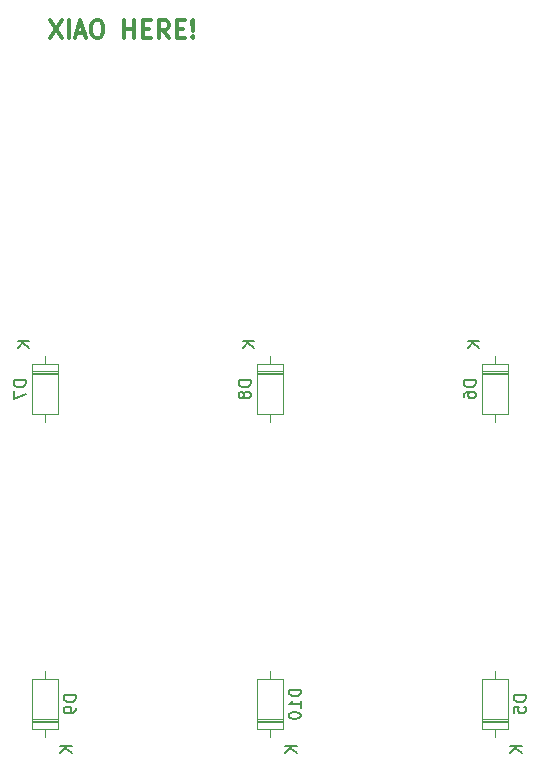
<source format=gbo>
%TF.GenerationSoftware,KiCad,Pcbnew,9.0.6*%
%TF.CreationDate,2025-12-04T23:37:52+05:30*%
%TF.ProjectId,MacroPad,4d616372-6f50-4616-942e-6b696361645f,rev?*%
%TF.SameCoordinates,Original*%
%TF.FileFunction,Legend,Bot*%
%TF.FilePolarity,Positive*%
%FSLAX46Y46*%
G04 Gerber Fmt 4.6, Leading zero omitted, Abs format (unit mm)*
G04 Created by KiCad (PCBNEW 9.0.6) date 2025-12-04 23:37:52*
%MOMM*%
%LPD*%
G01*
G04 APERTURE LIST*
%ADD10C,0.300000*%
%ADD11C,0.150000*%
%ADD12C,0.120000*%
G04 APERTURE END LIST*
D10*
X113085403Y-57484578D02*
X114085403Y-58984578D01*
X114085403Y-57484578D02*
X113085403Y-58984578D01*
X114656831Y-58984578D02*
X114656831Y-57484578D01*
X115299689Y-58556007D02*
X116013975Y-58556007D01*
X115156832Y-58984578D02*
X115656832Y-57484578D01*
X115656832Y-57484578D02*
X116156832Y-58984578D01*
X116942546Y-57484578D02*
X117228260Y-57484578D01*
X117228260Y-57484578D02*
X117371117Y-57556007D01*
X117371117Y-57556007D02*
X117513974Y-57698864D01*
X117513974Y-57698864D02*
X117585403Y-57984578D01*
X117585403Y-57984578D02*
X117585403Y-58484578D01*
X117585403Y-58484578D02*
X117513974Y-58770292D01*
X117513974Y-58770292D02*
X117371117Y-58913150D01*
X117371117Y-58913150D02*
X117228260Y-58984578D01*
X117228260Y-58984578D02*
X116942546Y-58984578D01*
X116942546Y-58984578D02*
X116799689Y-58913150D01*
X116799689Y-58913150D02*
X116656831Y-58770292D01*
X116656831Y-58770292D02*
X116585403Y-58484578D01*
X116585403Y-58484578D02*
X116585403Y-57984578D01*
X116585403Y-57984578D02*
X116656831Y-57698864D01*
X116656831Y-57698864D02*
X116799689Y-57556007D01*
X116799689Y-57556007D02*
X116942546Y-57484578D01*
X119371117Y-58984578D02*
X119371117Y-57484578D01*
X119371117Y-58198864D02*
X120228260Y-58198864D01*
X120228260Y-58984578D02*
X120228260Y-57484578D01*
X120942546Y-58198864D02*
X121442546Y-58198864D01*
X121656832Y-58984578D02*
X120942546Y-58984578D01*
X120942546Y-58984578D02*
X120942546Y-57484578D01*
X120942546Y-57484578D02*
X121656832Y-57484578D01*
X123156832Y-58984578D02*
X122656832Y-58270292D01*
X122299689Y-58984578D02*
X122299689Y-57484578D01*
X122299689Y-57484578D02*
X122871118Y-57484578D01*
X122871118Y-57484578D02*
X123013975Y-57556007D01*
X123013975Y-57556007D02*
X123085404Y-57627435D01*
X123085404Y-57627435D02*
X123156832Y-57770292D01*
X123156832Y-57770292D02*
X123156832Y-57984578D01*
X123156832Y-57984578D02*
X123085404Y-58127435D01*
X123085404Y-58127435D02*
X123013975Y-58198864D01*
X123013975Y-58198864D02*
X122871118Y-58270292D01*
X122871118Y-58270292D02*
X122299689Y-58270292D01*
X123799689Y-58198864D02*
X124299689Y-58198864D01*
X124513975Y-58984578D02*
X123799689Y-58984578D01*
X123799689Y-58984578D02*
X123799689Y-57484578D01*
X123799689Y-57484578D02*
X124513975Y-57484578D01*
X125156832Y-58841721D02*
X125228261Y-58913150D01*
X125228261Y-58913150D02*
X125156832Y-58984578D01*
X125156832Y-58984578D02*
X125085404Y-58913150D01*
X125085404Y-58913150D02*
X125156832Y-58841721D01*
X125156832Y-58841721D02*
X125156832Y-58984578D01*
X125156832Y-58413150D02*
X125085404Y-57556007D01*
X125085404Y-57556007D02*
X125156832Y-57484578D01*
X125156832Y-57484578D02*
X125228261Y-57556007D01*
X125228261Y-57556007D02*
X125156832Y-58413150D01*
X125156832Y-58413150D02*
X125156832Y-57484578D01*
D11*
X111008569Y-87973155D02*
X110008569Y-87973155D01*
X110008569Y-87973155D02*
X110008569Y-88211250D01*
X110008569Y-88211250D02*
X110056188Y-88354107D01*
X110056188Y-88354107D02*
X110151426Y-88449345D01*
X110151426Y-88449345D02*
X110246664Y-88496964D01*
X110246664Y-88496964D02*
X110437140Y-88544583D01*
X110437140Y-88544583D02*
X110579997Y-88544583D01*
X110579997Y-88544583D02*
X110770473Y-88496964D01*
X110770473Y-88496964D02*
X110865711Y-88449345D01*
X110865711Y-88449345D02*
X110960950Y-88354107D01*
X110960950Y-88354107D02*
X111008569Y-88211250D01*
X111008569Y-88211250D02*
X111008569Y-87973155D01*
X110008569Y-88877917D02*
X110008569Y-89544583D01*
X110008569Y-89544583D02*
X111008569Y-89116012D01*
X111328569Y-84639345D02*
X110328569Y-84639345D01*
X111328569Y-85210773D02*
X110757140Y-84782202D01*
X110328569Y-85210773D02*
X110899997Y-84639345D01*
X134298569Y-114166964D02*
X133298569Y-114166964D01*
X133298569Y-114166964D02*
X133298569Y-114405059D01*
X133298569Y-114405059D02*
X133346188Y-114547916D01*
X133346188Y-114547916D02*
X133441426Y-114643154D01*
X133441426Y-114643154D02*
X133536664Y-114690773D01*
X133536664Y-114690773D02*
X133727140Y-114738392D01*
X133727140Y-114738392D02*
X133869997Y-114738392D01*
X133869997Y-114738392D02*
X134060473Y-114690773D01*
X134060473Y-114690773D02*
X134155711Y-114643154D01*
X134155711Y-114643154D02*
X134250950Y-114547916D01*
X134250950Y-114547916D02*
X134298569Y-114405059D01*
X134298569Y-114405059D02*
X134298569Y-114166964D01*
X134298569Y-115690773D02*
X134298569Y-115119345D01*
X134298569Y-115405059D02*
X133298569Y-115405059D01*
X133298569Y-115405059D02*
X133441426Y-115309821D01*
X133441426Y-115309821D02*
X133536664Y-115214583D01*
X133536664Y-115214583D02*
X133584283Y-115119345D01*
X133298569Y-116309821D02*
X133298569Y-116405059D01*
X133298569Y-116405059D02*
X133346188Y-116500297D01*
X133346188Y-116500297D02*
X133393807Y-116547916D01*
X133393807Y-116547916D02*
X133489045Y-116595535D01*
X133489045Y-116595535D02*
X133679521Y-116643154D01*
X133679521Y-116643154D02*
X133917616Y-116643154D01*
X133917616Y-116643154D02*
X134108092Y-116595535D01*
X134108092Y-116595535D02*
X134203330Y-116547916D01*
X134203330Y-116547916D02*
X134250950Y-116500297D01*
X134250950Y-116500297D02*
X134298569Y-116405059D01*
X134298569Y-116405059D02*
X134298569Y-116309821D01*
X134298569Y-116309821D02*
X134250950Y-116214583D01*
X134250950Y-116214583D02*
X134203330Y-116166964D01*
X134203330Y-116166964D02*
X134108092Y-116119345D01*
X134108092Y-116119345D02*
X133917616Y-116071726D01*
X133917616Y-116071726D02*
X133679521Y-116071726D01*
X133679521Y-116071726D02*
X133489045Y-116119345D01*
X133489045Y-116119345D02*
X133393807Y-116166964D01*
X133393807Y-116166964D02*
X133346188Y-116214583D01*
X133346188Y-116214583D02*
X133298569Y-116309821D01*
X133978569Y-118929345D02*
X132978569Y-118929345D01*
X133978569Y-119500773D02*
X133407140Y-119072202D01*
X132978569Y-119500773D02*
X133549997Y-118929345D01*
X149108569Y-87973155D02*
X148108569Y-87973155D01*
X148108569Y-87973155D02*
X148108569Y-88211250D01*
X148108569Y-88211250D02*
X148156188Y-88354107D01*
X148156188Y-88354107D02*
X148251426Y-88449345D01*
X148251426Y-88449345D02*
X148346664Y-88496964D01*
X148346664Y-88496964D02*
X148537140Y-88544583D01*
X148537140Y-88544583D02*
X148679997Y-88544583D01*
X148679997Y-88544583D02*
X148870473Y-88496964D01*
X148870473Y-88496964D02*
X148965711Y-88449345D01*
X148965711Y-88449345D02*
X149060950Y-88354107D01*
X149060950Y-88354107D02*
X149108569Y-88211250D01*
X149108569Y-88211250D02*
X149108569Y-87973155D01*
X148108569Y-89401726D02*
X148108569Y-89211250D01*
X148108569Y-89211250D02*
X148156188Y-89116012D01*
X148156188Y-89116012D02*
X148203807Y-89068393D01*
X148203807Y-89068393D02*
X148346664Y-88973155D01*
X148346664Y-88973155D02*
X148537140Y-88925536D01*
X148537140Y-88925536D02*
X148918092Y-88925536D01*
X148918092Y-88925536D02*
X149013330Y-88973155D01*
X149013330Y-88973155D02*
X149060950Y-89020774D01*
X149060950Y-89020774D02*
X149108569Y-89116012D01*
X149108569Y-89116012D02*
X149108569Y-89306488D01*
X149108569Y-89306488D02*
X149060950Y-89401726D01*
X149060950Y-89401726D02*
X149013330Y-89449345D01*
X149013330Y-89449345D02*
X148918092Y-89496964D01*
X148918092Y-89496964D02*
X148679997Y-89496964D01*
X148679997Y-89496964D02*
X148584759Y-89449345D01*
X148584759Y-89449345D02*
X148537140Y-89401726D01*
X148537140Y-89401726D02*
X148489521Y-89306488D01*
X148489521Y-89306488D02*
X148489521Y-89116012D01*
X148489521Y-89116012D02*
X148537140Y-89020774D01*
X148537140Y-89020774D02*
X148584759Y-88973155D01*
X148584759Y-88973155D02*
X148679997Y-88925536D01*
X149428569Y-84639345D02*
X148428569Y-84639345D01*
X149428569Y-85210773D02*
X148857140Y-84782202D01*
X148428569Y-85210773D02*
X148999997Y-84639345D01*
X130058569Y-87973155D02*
X129058569Y-87973155D01*
X129058569Y-87973155D02*
X129058569Y-88211250D01*
X129058569Y-88211250D02*
X129106188Y-88354107D01*
X129106188Y-88354107D02*
X129201426Y-88449345D01*
X129201426Y-88449345D02*
X129296664Y-88496964D01*
X129296664Y-88496964D02*
X129487140Y-88544583D01*
X129487140Y-88544583D02*
X129629997Y-88544583D01*
X129629997Y-88544583D02*
X129820473Y-88496964D01*
X129820473Y-88496964D02*
X129915711Y-88449345D01*
X129915711Y-88449345D02*
X130010950Y-88354107D01*
X130010950Y-88354107D02*
X130058569Y-88211250D01*
X130058569Y-88211250D02*
X130058569Y-87973155D01*
X129487140Y-89116012D02*
X129439521Y-89020774D01*
X129439521Y-89020774D02*
X129391902Y-88973155D01*
X129391902Y-88973155D02*
X129296664Y-88925536D01*
X129296664Y-88925536D02*
X129249045Y-88925536D01*
X129249045Y-88925536D02*
X129153807Y-88973155D01*
X129153807Y-88973155D02*
X129106188Y-89020774D01*
X129106188Y-89020774D02*
X129058569Y-89116012D01*
X129058569Y-89116012D02*
X129058569Y-89306488D01*
X129058569Y-89306488D02*
X129106188Y-89401726D01*
X129106188Y-89401726D02*
X129153807Y-89449345D01*
X129153807Y-89449345D02*
X129249045Y-89496964D01*
X129249045Y-89496964D02*
X129296664Y-89496964D01*
X129296664Y-89496964D02*
X129391902Y-89449345D01*
X129391902Y-89449345D02*
X129439521Y-89401726D01*
X129439521Y-89401726D02*
X129487140Y-89306488D01*
X129487140Y-89306488D02*
X129487140Y-89116012D01*
X129487140Y-89116012D02*
X129534759Y-89020774D01*
X129534759Y-89020774D02*
X129582378Y-88973155D01*
X129582378Y-88973155D02*
X129677616Y-88925536D01*
X129677616Y-88925536D02*
X129868092Y-88925536D01*
X129868092Y-88925536D02*
X129963330Y-88973155D01*
X129963330Y-88973155D02*
X130010950Y-89020774D01*
X130010950Y-89020774D02*
X130058569Y-89116012D01*
X130058569Y-89116012D02*
X130058569Y-89306488D01*
X130058569Y-89306488D02*
X130010950Y-89401726D01*
X130010950Y-89401726D02*
X129963330Y-89449345D01*
X129963330Y-89449345D02*
X129868092Y-89496964D01*
X129868092Y-89496964D02*
X129677616Y-89496964D01*
X129677616Y-89496964D02*
X129582378Y-89449345D01*
X129582378Y-89449345D02*
X129534759Y-89401726D01*
X129534759Y-89401726D02*
X129487140Y-89306488D01*
X130378569Y-84639345D02*
X129378569Y-84639345D01*
X130378569Y-85210773D02*
X129807140Y-84782202D01*
X129378569Y-85210773D02*
X129949997Y-84639345D01*
X153348569Y-114643155D02*
X152348569Y-114643155D01*
X152348569Y-114643155D02*
X152348569Y-114881250D01*
X152348569Y-114881250D02*
X152396188Y-115024107D01*
X152396188Y-115024107D02*
X152491426Y-115119345D01*
X152491426Y-115119345D02*
X152586664Y-115166964D01*
X152586664Y-115166964D02*
X152777140Y-115214583D01*
X152777140Y-115214583D02*
X152919997Y-115214583D01*
X152919997Y-115214583D02*
X153110473Y-115166964D01*
X153110473Y-115166964D02*
X153205711Y-115119345D01*
X153205711Y-115119345D02*
X153300950Y-115024107D01*
X153300950Y-115024107D02*
X153348569Y-114881250D01*
X153348569Y-114881250D02*
X153348569Y-114643155D01*
X152348569Y-116119345D02*
X152348569Y-115643155D01*
X152348569Y-115643155D02*
X152824759Y-115595536D01*
X152824759Y-115595536D02*
X152777140Y-115643155D01*
X152777140Y-115643155D02*
X152729521Y-115738393D01*
X152729521Y-115738393D02*
X152729521Y-115976488D01*
X152729521Y-115976488D02*
X152777140Y-116071726D01*
X152777140Y-116071726D02*
X152824759Y-116119345D01*
X152824759Y-116119345D02*
X152919997Y-116166964D01*
X152919997Y-116166964D02*
X153158092Y-116166964D01*
X153158092Y-116166964D02*
X153253330Y-116119345D01*
X153253330Y-116119345D02*
X153300950Y-116071726D01*
X153300950Y-116071726D02*
X153348569Y-115976488D01*
X153348569Y-115976488D02*
X153348569Y-115738393D01*
X153348569Y-115738393D02*
X153300950Y-115643155D01*
X153300950Y-115643155D02*
X153253330Y-115595536D01*
X153028569Y-118929345D02*
X152028569Y-118929345D01*
X153028569Y-119500773D02*
X152457140Y-119072202D01*
X152028569Y-119500773D02*
X152599997Y-118929345D01*
X115248569Y-114643155D02*
X114248569Y-114643155D01*
X114248569Y-114643155D02*
X114248569Y-114881250D01*
X114248569Y-114881250D02*
X114296188Y-115024107D01*
X114296188Y-115024107D02*
X114391426Y-115119345D01*
X114391426Y-115119345D02*
X114486664Y-115166964D01*
X114486664Y-115166964D02*
X114677140Y-115214583D01*
X114677140Y-115214583D02*
X114819997Y-115214583D01*
X114819997Y-115214583D02*
X115010473Y-115166964D01*
X115010473Y-115166964D02*
X115105711Y-115119345D01*
X115105711Y-115119345D02*
X115200950Y-115024107D01*
X115200950Y-115024107D02*
X115248569Y-114881250D01*
X115248569Y-114881250D02*
X115248569Y-114643155D01*
X115248569Y-115690774D02*
X115248569Y-115881250D01*
X115248569Y-115881250D02*
X115200950Y-115976488D01*
X115200950Y-115976488D02*
X115153330Y-116024107D01*
X115153330Y-116024107D02*
X115010473Y-116119345D01*
X115010473Y-116119345D02*
X114819997Y-116166964D01*
X114819997Y-116166964D02*
X114439045Y-116166964D01*
X114439045Y-116166964D02*
X114343807Y-116119345D01*
X114343807Y-116119345D02*
X114296188Y-116071726D01*
X114296188Y-116071726D02*
X114248569Y-115976488D01*
X114248569Y-115976488D02*
X114248569Y-115786012D01*
X114248569Y-115786012D02*
X114296188Y-115690774D01*
X114296188Y-115690774D02*
X114343807Y-115643155D01*
X114343807Y-115643155D02*
X114439045Y-115595536D01*
X114439045Y-115595536D02*
X114677140Y-115595536D01*
X114677140Y-115595536D02*
X114772378Y-115643155D01*
X114772378Y-115643155D02*
X114819997Y-115690774D01*
X114819997Y-115690774D02*
X114867616Y-115786012D01*
X114867616Y-115786012D02*
X114867616Y-115976488D01*
X114867616Y-115976488D02*
X114819997Y-116071726D01*
X114819997Y-116071726D02*
X114772378Y-116119345D01*
X114772378Y-116119345D02*
X114677140Y-116166964D01*
X114928569Y-118929345D02*
X113928569Y-118929345D01*
X114928569Y-119500773D02*
X114357140Y-119072202D01*
X113928569Y-119500773D02*
X114499997Y-118929345D01*
D12*
%TO.C,D7*%
X111553750Y-87191250D02*
X113793750Y-87191250D01*
X111553750Y-87311250D02*
X113793750Y-87311250D01*
X111553750Y-87431250D02*
X113793750Y-87431250D01*
X112673750Y-85941250D02*
X112673750Y-86591250D01*
X112673750Y-91481250D02*
X112673750Y-90831250D01*
X111553750Y-86591250D02*
X113793750Y-86591250D01*
X113793750Y-90831250D01*
X111553750Y-90831250D01*
X111553750Y-86591250D01*
%TO.C,D10*%
X131723750Y-112611250D02*
X131723750Y-113261250D01*
X131723750Y-118151250D02*
X131723750Y-117501250D01*
X132843750Y-116661250D02*
X130603750Y-116661250D01*
X132843750Y-116781250D02*
X130603750Y-116781250D01*
X132843750Y-116901250D02*
X130603750Y-116901250D01*
X132843750Y-117501250D02*
X130603750Y-117501250D01*
X130603750Y-113261250D01*
X132843750Y-113261250D01*
X132843750Y-117501250D01*
%TO.C,D6*%
X149653750Y-87191250D02*
X151893750Y-87191250D01*
X149653750Y-87311250D02*
X151893750Y-87311250D01*
X149653750Y-87431250D02*
X151893750Y-87431250D01*
X150773750Y-85941250D02*
X150773750Y-86591250D01*
X150773750Y-91481250D02*
X150773750Y-90831250D01*
X149653750Y-86591250D02*
X151893750Y-86591250D01*
X151893750Y-90831250D01*
X149653750Y-90831250D01*
X149653750Y-86591250D01*
%TO.C,D8*%
X130603750Y-87191250D02*
X132843750Y-87191250D01*
X130603750Y-87311250D02*
X132843750Y-87311250D01*
X130603750Y-87431250D02*
X132843750Y-87431250D01*
X131723750Y-85941250D02*
X131723750Y-86591250D01*
X131723750Y-91481250D02*
X131723750Y-90831250D01*
X130603750Y-86591250D02*
X132843750Y-86591250D01*
X132843750Y-90831250D01*
X130603750Y-90831250D01*
X130603750Y-86591250D01*
%TO.C,D5*%
X150773750Y-112611250D02*
X150773750Y-113261250D01*
X150773750Y-118151250D02*
X150773750Y-117501250D01*
X151893750Y-116661250D02*
X149653750Y-116661250D01*
X151893750Y-116781250D02*
X149653750Y-116781250D01*
X151893750Y-116901250D02*
X149653750Y-116901250D01*
X151893750Y-117501250D02*
X149653750Y-117501250D01*
X149653750Y-113261250D01*
X151893750Y-113261250D01*
X151893750Y-117501250D01*
%TO.C,D9*%
X112673750Y-112611250D02*
X112673750Y-113261250D01*
X112673750Y-118151250D02*
X112673750Y-117501250D01*
X113793750Y-116661250D02*
X111553750Y-116661250D01*
X113793750Y-116781250D02*
X111553750Y-116781250D01*
X113793750Y-116901250D02*
X111553750Y-116901250D01*
X113793750Y-117501250D02*
X111553750Y-117501250D01*
X111553750Y-113261250D01*
X113793750Y-113261250D01*
X113793750Y-117501250D01*
%TD*%
M02*

</source>
